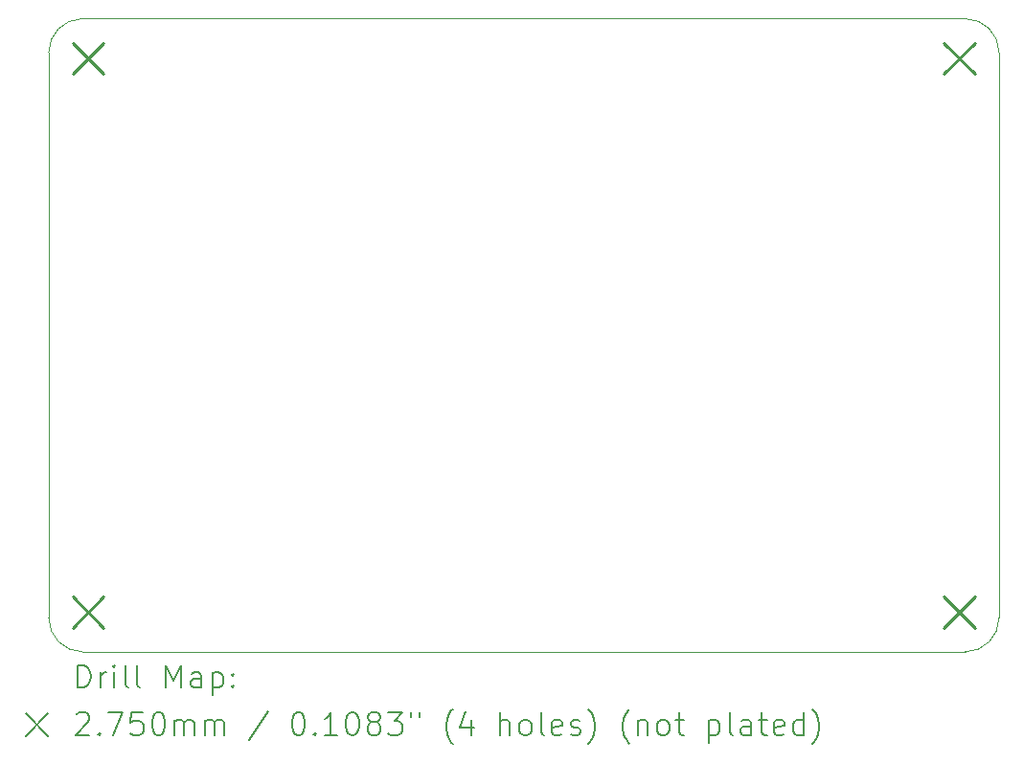
<source format=gbr>
%TF.GenerationSoftware,KiCad,Pcbnew,7.0.9*%
%TF.CreationDate,2024-09-19T22:48:55+02:00*%
%TF.ProjectId,hpdl_1414_pmod,6870646c-5f31-4343-9134-5f706d6f642e,rev?*%
%TF.SameCoordinates,Original*%
%TF.FileFunction,Drillmap*%
%TF.FilePolarity,Positive*%
%FSLAX45Y45*%
G04 Gerber Fmt 4.5, Leading zero omitted, Abs format (unit mm)*
G04 Created by KiCad (PCBNEW 7.0.9) date 2024-09-19 22:48:55*
%MOMM*%
%LPD*%
G01*
G04 APERTURE LIST*
%ADD10C,0.100000*%
%ADD11C,0.200000*%
%ADD12C,0.275000*%
G04 APERTURE END LIST*
D10*
X18400000Y-4700000D02*
G75*
G03*
X18100000Y-4400000I-300000J0D01*
G01*
X18400000Y-9700000D02*
X18400000Y-4700000D01*
X10000000Y-4700000D02*
X10000000Y-8100000D01*
X10000000Y-9700000D02*
G75*
G03*
X10300000Y-10000000I300000J0D01*
G01*
X10300000Y-10000000D02*
X18100000Y-10000000D01*
X18100000Y-10000000D02*
G75*
G03*
X18400000Y-9700000I0J300000D01*
G01*
X10300000Y-4400000D02*
G75*
G03*
X10000000Y-4700000I0J-300000D01*
G01*
X10000000Y-8100000D02*
X10000000Y-9700000D01*
X18100000Y-4400000D02*
X10300000Y-4400000D01*
D11*
D12*
X10212500Y-4616500D02*
X10487500Y-4891500D01*
X10487500Y-4616500D02*
X10212500Y-4891500D01*
X10212500Y-9512500D02*
X10487500Y-9787500D01*
X10487500Y-9512500D02*
X10212500Y-9787500D01*
X17912500Y-4616500D02*
X18187500Y-4891500D01*
X18187500Y-4616500D02*
X17912500Y-4891500D01*
X17912500Y-9512500D02*
X18187500Y-9787500D01*
X18187500Y-9512500D02*
X17912500Y-9787500D01*
D11*
X10255777Y-10316484D02*
X10255777Y-10116484D01*
X10255777Y-10116484D02*
X10303396Y-10116484D01*
X10303396Y-10116484D02*
X10331967Y-10126008D01*
X10331967Y-10126008D02*
X10351015Y-10145055D01*
X10351015Y-10145055D02*
X10360539Y-10164103D01*
X10360539Y-10164103D02*
X10370063Y-10202198D01*
X10370063Y-10202198D02*
X10370063Y-10230770D01*
X10370063Y-10230770D02*
X10360539Y-10268865D01*
X10360539Y-10268865D02*
X10351015Y-10287912D01*
X10351015Y-10287912D02*
X10331967Y-10306960D01*
X10331967Y-10306960D02*
X10303396Y-10316484D01*
X10303396Y-10316484D02*
X10255777Y-10316484D01*
X10455777Y-10316484D02*
X10455777Y-10183150D01*
X10455777Y-10221246D02*
X10465301Y-10202198D01*
X10465301Y-10202198D02*
X10474824Y-10192674D01*
X10474824Y-10192674D02*
X10493872Y-10183150D01*
X10493872Y-10183150D02*
X10512920Y-10183150D01*
X10579586Y-10316484D02*
X10579586Y-10183150D01*
X10579586Y-10116484D02*
X10570063Y-10126008D01*
X10570063Y-10126008D02*
X10579586Y-10135531D01*
X10579586Y-10135531D02*
X10589110Y-10126008D01*
X10589110Y-10126008D02*
X10579586Y-10116484D01*
X10579586Y-10116484D02*
X10579586Y-10135531D01*
X10703396Y-10316484D02*
X10684348Y-10306960D01*
X10684348Y-10306960D02*
X10674824Y-10287912D01*
X10674824Y-10287912D02*
X10674824Y-10116484D01*
X10808158Y-10316484D02*
X10789110Y-10306960D01*
X10789110Y-10306960D02*
X10779586Y-10287912D01*
X10779586Y-10287912D02*
X10779586Y-10116484D01*
X11036729Y-10316484D02*
X11036729Y-10116484D01*
X11036729Y-10116484D02*
X11103396Y-10259341D01*
X11103396Y-10259341D02*
X11170063Y-10116484D01*
X11170063Y-10116484D02*
X11170063Y-10316484D01*
X11351015Y-10316484D02*
X11351015Y-10211722D01*
X11351015Y-10211722D02*
X11341491Y-10192674D01*
X11341491Y-10192674D02*
X11322443Y-10183150D01*
X11322443Y-10183150D02*
X11284348Y-10183150D01*
X11284348Y-10183150D02*
X11265301Y-10192674D01*
X11351015Y-10306960D02*
X11331967Y-10316484D01*
X11331967Y-10316484D02*
X11284348Y-10316484D01*
X11284348Y-10316484D02*
X11265301Y-10306960D01*
X11265301Y-10306960D02*
X11255777Y-10287912D01*
X11255777Y-10287912D02*
X11255777Y-10268865D01*
X11255777Y-10268865D02*
X11265301Y-10249817D01*
X11265301Y-10249817D02*
X11284348Y-10240293D01*
X11284348Y-10240293D02*
X11331967Y-10240293D01*
X11331967Y-10240293D02*
X11351015Y-10230770D01*
X11446253Y-10183150D02*
X11446253Y-10383150D01*
X11446253Y-10192674D02*
X11465301Y-10183150D01*
X11465301Y-10183150D02*
X11503396Y-10183150D01*
X11503396Y-10183150D02*
X11522443Y-10192674D01*
X11522443Y-10192674D02*
X11531967Y-10202198D01*
X11531967Y-10202198D02*
X11541491Y-10221246D01*
X11541491Y-10221246D02*
X11541491Y-10278389D01*
X11541491Y-10278389D02*
X11531967Y-10297436D01*
X11531967Y-10297436D02*
X11522443Y-10306960D01*
X11522443Y-10306960D02*
X11503396Y-10316484D01*
X11503396Y-10316484D02*
X11465301Y-10316484D01*
X11465301Y-10316484D02*
X11446253Y-10306960D01*
X11627205Y-10297436D02*
X11636729Y-10306960D01*
X11636729Y-10306960D02*
X11627205Y-10316484D01*
X11627205Y-10316484D02*
X11617682Y-10306960D01*
X11617682Y-10306960D02*
X11627205Y-10297436D01*
X11627205Y-10297436D02*
X11627205Y-10316484D01*
X11627205Y-10192674D02*
X11636729Y-10202198D01*
X11636729Y-10202198D02*
X11627205Y-10211722D01*
X11627205Y-10211722D02*
X11617682Y-10202198D01*
X11617682Y-10202198D02*
X11627205Y-10192674D01*
X11627205Y-10192674D02*
X11627205Y-10211722D01*
X9795000Y-10545000D02*
X9995000Y-10745000D01*
X9995000Y-10545000D02*
X9795000Y-10745000D01*
X10246253Y-10555531D02*
X10255777Y-10546008D01*
X10255777Y-10546008D02*
X10274824Y-10536484D01*
X10274824Y-10536484D02*
X10322444Y-10536484D01*
X10322444Y-10536484D02*
X10341491Y-10546008D01*
X10341491Y-10546008D02*
X10351015Y-10555531D01*
X10351015Y-10555531D02*
X10360539Y-10574579D01*
X10360539Y-10574579D02*
X10360539Y-10593627D01*
X10360539Y-10593627D02*
X10351015Y-10622198D01*
X10351015Y-10622198D02*
X10236729Y-10736484D01*
X10236729Y-10736484D02*
X10360539Y-10736484D01*
X10446253Y-10717436D02*
X10455777Y-10726960D01*
X10455777Y-10726960D02*
X10446253Y-10736484D01*
X10446253Y-10736484D02*
X10436729Y-10726960D01*
X10436729Y-10726960D02*
X10446253Y-10717436D01*
X10446253Y-10717436D02*
X10446253Y-10736484D01*
X10522444Y-10536484D02*
X10655777Y-10536484D01*
X10655777Y-10536484D02*
X10570063Y-10736484D01*
X10827205Y-10536484D02*
X10731967Y-10536484D01*
X10731967Y-10536484D02*
X10722444Y-10631722D01*
X10722444Y-10631722D02*
X10731967Y-10622198D01*
X10731967Y-10622198D02*
X10751015Y-10612674D01*
X10751015Y-10612674D02*
X10798634Y-10612674D01*
X10798634Y-10612674D02*
X10817682Y-10622198D01*
X10817682Y-10622198D02*
X10827205Y-10631722D01*
X10827205Y-10631722D02*
X10836729Y-10650770D01*
X10836729Y-10650770D02*
X10836729Y-10698389D01*
X10836729Y-10698389D02*
X10827205Y-10717436D01*
X10827205Y-10717436D02*
X10817682Y-10726960D01*
X10817682Y-10726960D02*
X10798634Y-10736484D01*
X10798634Y-10736484D02*
X10751015Y-10736484D01*
X10751015Y-10736484D02*
X10731967Y-10726960D01*
X10731967Y-10726960D02*
X10722444Y-10717436D01*
X10960539Y-10536484D02*
X10979586Y-10536484D01*
X10979586Y-10536484D02*
X10998634Y-10546008D01*
X10998634Y-10546008D02*
X11008158Y-10555531D01*
X11008158Y-10555531D02*
X11017682Y-10574579D01*
X11017682Y-10574579D02*
X11027205Y-10612674D01*
X11027205Y-10612674D02*
X11027205Y-10660293D01*
X11027205Y-10660293D02*
X11017682Y-10698389D01*
X11017682Y-10698389D02*
X11008158Y-10717436D01*
X11008158Y-10717436D02*
X10998634Y-10726960D01*
X10998634Y-10726960D02*
X10979586Y-10736484D01*
X10979586Y-10736484D02*
X10960539Y-10736484D01*
X10960539Y-10736484D02*
X10941491Y-10726960D01*
X10941491Y-10726960D02*
X10931967Y-10717436D01*
X10931967Y-10717436D02*
X10922444Y-10698389D01*
X10922444Y-10698389D02*
X10912920Y-10660293D01*
X10912920Y-10660293D02*
X10912920Y-10612674D01*
X10912920Y-10612674D02*
X10922444Y-10574579D01*
X10922444Y-10574579D02*
X10931967Y-10555531D01*
X10931967Y-10555531D02*
X10941491Y-10546008D01*
X10941491Y-10546008D02*
X10960539Y-10536484D01*
X11112920Y-10736484D02*
X11112920Y-10603150D01*
X11112920Y-10622198D02*
X11122444Y-10612674D01*
X11122444Y-10612674D02*
X11141491Y-10603150D01*
X11141491Y-10603150D02*
X11170063Y-10603150D01*
X11170063Y-10603150D02*
X11189110Y-10612674D01*
X11189110Y-10612674D02*
X11198634Y-10631722D01*
X11198634Y-10631722D02*
X11198634Y-10736484D01*
X11198634Y-10631722D02*
X11208158Y-10612674D01*
X11208158Y-10612674D02*
X11227205Y-10603150D01*
X11227205Y-10603150D02*
X11255777Y-10603150D01*
X11255777Y-10603150D02*
X11274824Y-10612674D01*
X11274824Y-10612674D02*
X11284348Y-10631722D01*
X11284348Y-10631722D02*
X11284348Y-10736484D01*
X11379586Y-10736484D02*
X11379586Y-10603150D01*
X11379586Y-10622198D02*
X11389110Y-10612674D01*
X11389110Y-10612674D02*
X11408158Y-10603150D01*
X11408158Y-10603150D02*
X11436729Y-10603150D01*
X11436729Y-10603150D02*
X11455777Y-10612674D01*
X11455777Y-10612674D02*
X11465301Y-10631722D01*
X11465301Y-10631722D02*
X11465301Y-10736484D01*
X11465301Y-10631722D02*
X11474824Y-10612674D01*
X11474824Y-10612674D02*
X11493872Y-10603150D01*
X11493872Y-10603150D02*
X11522443Y-10603150D01*
X11522443Y-10603150D02*
X11541491Y-10612674D01*
X11541491Y-10612674D02*
X11551015Y-10631722D01*
X11551015Y-10631722D02*
X11551015Y-10736484D01*
X11941491Y-10526960D02*
X11770063Y-10784103D01*
X12198634Y-10536484D02*
X12217682Y-10536484D01*
X12217682Y-10536484D02*
X12236729Y-10546008D01*
X12236729Y-10546008D02*
X12246253Y-10555531D01*
X12246253Y-10555531D02*
X12255777Y-10574579D01*
X12255777Y-10574579D02*
X12265301Y-10612674D01*
X12265301Y-10612674D02*
X12265301Y-10660293D01*
X12265301Y-10660293D02*
X12255777Y-10698389D01*
X12255777Y-10698389D02*
X12246253Y-10717436D01*
X12246253Y-10717436D02*
X12236729Y-10726960D01*
X12236729Y-10726960D02*
X12217682Y-10736484D01*
X12217682Y-10736484D02*
X12198634Y-10736484D01*
X12198634Y-10736484D02*
X12179586Y-10726960D01*
X12179586Y-10726960D02*
X12170063Y-10717436D01*
X12170063Y-10717436D02*
X12160539Y-10698389D01*
X12160539Y-10698389D02*
X12151015Y-10660293D01*
X12151015Y-10660293D02*
X12151015Y-10612674D01*
X12151015Y-10612674D02*
X12160539Y-10574579D01*
X12160539Y-10574579D02*
X12170063Y-10555531D01*
X12170063Y-10555531D02*
X12179586Y-10546008D01*
X12179586Y-10546008D02*
X12198634Y-10536484D01*
X12351015Y-10717436D02*
X12360539Y-10726960D01*
X12360539Y-10726960D02*
X12351015Y-10736484D01*
X12351015Y-10736484D02*
X12341491Y-10726960D01*
X12341491Y-10726960D02*
X12351015Y-10717436D01*
X12351015Y-10717436D02*
X12351015Y-10736484D01*
X12551015Y-10736484D02*
X12436729Y-10736484D01*
X12493872Y-10736484D02*
X12493872Y-10536484D01*
X12493872Y-10536484D02*
X12474825Y-10565055D01*
X12474825Y-10565055D02*
X12455777Y-10584103D01*
X12455777Y-10584103D02*
X12436729Y-10593627D01*
X12674825Y-10536484D02*
X12693872Y-10536484D01*
X12693872Y-10536484D02*
X12712920Y-10546008D01*
X12712920Y-10546008D02*
X12722444Y-10555531D01*
X12722444Y-10555531D02*
X12731967Y-10574579D01*
X12731967Y-10574579D02*
X12741491Y-10612674D01*
X12741491Y-10612674D02*
X12741491Y-10660293D01*
X12741491Y-10660293D02*
X12731967Y-10698389D01*
X12731967Y-10698389D02*
X12722444Y-10717436D01*
X12722444Y-10717436D02*
X12712920Y-10726960D01*
X12712920Y-10726960D02*
X12693872Y-10736484D01*
X12693872Y-10736484D02*
X12674825Y-10736484D01*
X12674825Y-10736484D02*
X12655777Y-10726960D01*
X12655777Y-10726960D02*
X12646253Y-10717436D01*
X12646253Y-10717436D02*
X12636729Y-10698389D01*
X12636729Y-10698389D02*
X12627206Y-10660293D01*
X12627206Y-10660293D02*
X12627206Y-10612674D01*
X12627206Y-10612674D02*
X12636729Y-10574579D01*
X12636729Y-10574579D02*
X12646253Y-10555531D01*
X12646253Y-10555531D02*
X12655777Y-10546008D01*
X12655777Y-10546008D02*
X12674825Y-10536484D01*
X12855777Y-10622198D02*
X12836729Y-10612674D01*
X12836729Y-10612674D02*
X12827206Y-10603150D01*
X12827206Y-10603150D02*
X12817682Y-10584103D01*
X12817682Y-10584103D02*
X12817682Y-10574579D01*
X12817682Y-10574579D02*
X12827206Y-10555531D01*
X12827206Y-10555531D02*
X12836729Y-10546008D01*
X12836729Y-10546008D02*
X12855777Y-10536484D01*
X12855777Y-10536484D02*
X12893872Y-10536484D01*
X12893872Y-10536484D02*
X12912920Y-10546008D01*
X12912920Y-10546008D02*
X12922444Y-10555531D01*
X12922444Y-10555531D02*
X12931967Y-10574579D01*
X12931967Y-10574579D02*
X12931967Y-10584103D01*
X12931967Y-10584103D02*
X12922444Y-10603150D01*
X12922444Y-10603150D02*
X12912920Y-10612674D01*
X12912920Y-10612674D02*
X12893872Y-10622198D01*
X12893872Y-10622198D02*
X12855777Y-10622198D01*
X12855777Y-10622198D02*
X12836729Y-10631722D01*
X12836729Y-10631722D02*
X12827206Y-10641246D01*
X12827206Y-10641246D02*
X12817682Y-10660293D01*
X12817682Y-10660293D02*
X12817682Y-10698389D01*
X12817682Y-10698389D02*
X12827206Y-10717436D01*
X12827206Y-10717436D02*
X12836729Y-10726960D01*
X12836729Y-10726960D02*
X12855777Y-10736484D01*
X12855777Y-10736484D02*
X12893872Y-10736484D01*
X12893872Y-10736484D02*
X12912920Y-10726960D01*
X12912920Y-10726960D02*
X12922444Y-10717436D01*
X12922444Y-10717436D02*
X12931967Y-10698389D01*
X12931967Y-10698389D02*
X12931967Y-10660293D01*
X12931967Y-10660293D02*
X12922444Y-10641246D01*
X12922444Y-10641246D02*
X12912920Y-10631722D01*
X12912920Y-10631722D02*
X12893872Y-10622198D01*
X12998634Y-10536484D02*
X13122444Y-10536484D01*
X13122444Y-10536484D02*
X13055777Y-10612674D01*
X13055777Y-10612674D02*
X13084348Y-10612674D01*
X13084348Y-10612674D02*
X13103396Y-10622198D01*
X13103396Y-10622198D02*
X13112920Y-10631722D01*
X13112920Y-10631722D02*
X13122444Y-10650770D01*
X13122444Y-10650770D02*
X13122444Y-10698389D01*
X13122444Y-10698389D02*
X13112920Y-10717436D01*
X13112920Y-10717436D02*
X13103396Y-10726960D01*
X13103396Y-10726960D02*
X13084348Y-10736484D01*
X13084348Y-10736484D02*
X13027206Y-10736484D01*
X13027206Y-10736484D02*
X13008158Y-10726960D01*
X13008158Y-10726960D02*
X12998634Y-10717436D01*
X13198634Y-10536484D02*
X13198634Y-10574579D01*
X13274825Y-10536484D02*
X13274825Y-10574579D01*
X13570063Y-10812674D02*
X13560539Y-10803150D01*
X13560539Y-10803150D02*
X13541491Y-10774579D01*
X13541491Y-10774579D02*
X13531968Y-10755531D01*
X13531968Y-10755531D02*
X13522444Y-10726960D01*
X13522444Y-10726960D02*
X13512920Y-10679341D01*
X13512920Y-10679341D02*
X13512920Y-10641246D01*
X13512920Y-10641246D02*
X13522444Y-10593627D01*
X13522444Y-10593627D02*
X13531968Y-10565055D01*
X13531968Y-10565055D02*
X13541491Y-10546008D01*
X13541491Y-10546008D02*
X13560539Y-10517436D01*
X13560539Y-10517436D02*
X13570063Y-10507912D01*
X13731968Y-10603150D02*
X13731968Y-10736484D01*
X13684348Y-10526960D02*
X13636729Y-10669817D01*
X13636729Y-10669817D02*
X13760539Y-10669817D01*
X13989110Y-10736484D02*
X13989110Y-10536484D01*
X14074825Y-10736484D02*
X14074825Y-10631722D01*
X14074825Y-10631722D02*
X14065301Y-10612674D01*
X14065301Y-10612674D02*
X14046253Y-10603150D01*
X14046253Y-10603150D02*
X14017682Y-10603150D01*
X14017682Y-10603150D02*
X13998634Y-10612674D01*
X13998634Y-10612674D02*
X13989110Y-10622198D01*
X14198634Y-10736484D02*
X14179587Y-10726960D01*
X14179587Y-10726960D02*
X14170063Y-10717436D01*
X14170063Y-10717436D02*
X14160539Y-10698389D01*
X14160539Y-10698389D02*
X14160539Y-10641246D01*
X14160539Y-10641246D02*
X14170063Y-10622198D01*
X14170063Y-10622198D02*
X14179587Y-10612674D01*
X14179587Y-10612674D02*
X14198634Y-10603150D01*
X14198634Y-10603150D02*
X14227206Y-10603150D01*
X14227206Y-10603150D02*
X14246253Y-10612674D01*
X14246253Y-10612674D02*
X14255777Y-10622198D01*
X14255777Y-10622198D02*
X14265301Y-10641246D01*
X14265301Y-10641246D02*
X14265301Y-10698389D01*
X14265301Y-10698389D02*
X14255777Y-10717436D01*
X14255777Y-10717436D02*
X14246253Y-10726960D01*
X14246253Y-10726960D02*
X14227206Y-10736484D01*
X14227206Y-10736484D02*
X14198634Y-10736484D01*
X14379587Y-10736484D02*
X14360539Y-10726960D01*
X14360539Y-10726960D02*
X14351015Y-10707912D01*
X14351015Y-10707912D02*
X14351015Y-10536484D01*
X14531968Y-10726960D02*
X14512920Y-10736484D01*
X14512920Y-10736484D02*
X14474825Y-10736484D01*
X14474825Y-10736484D02*
X14455777Y-10726960D01*
X14455777Y-10726960D02*
X14446253Y-10707912D01*
X14446253Y-10707912D02*
X14446253Y-10631722D01*
X14446253Y-10631722D02*
X14455777Y-10612674D01*
X14455777Y-10612674D02*
X14474825Y-10603150D01*
X14474825Y-10603150D02*
X14512920Y-10603150D01*
X14512920Y-10603150D02*
X14531968Y-10612674D01*
X14531968Y-10612674D02*
X14541491Y-10631722D01*
X14541491Y-10631722D02*
X14541491Y-10650770D01*
X14541491Y-10650770D02*
X14446253Y-10669817D01*
X14617682Y-10726960D02*
X14636730Y-10736484D01*
X14636730Y-10736484D02*
X14674825Y-10736484D01*
X14674825Y-10736484D02*
X14693872Y-10726960D01*
X14693872Y-10726960D02*
X14703396Y-10707912D01*
X14703396Y-10707912D02*
X14703396Y-10698389D01*
X14703396Y-10698389D02*
X14693872Y-10679341D01*
X14693872Y-10679341D02*
X14674825Y-10669817D01*
X14674825Y-10669817D02*
X14646253Y-10669817D01*
X14646253Y-10669817D02*
X14627206Y-10660293D01*
X14627206Y-10660293D02*
X14617682Y-10641246D01*
X14617682Y-10641246D02*
X14617682Y-10631722D01*
X14617682Y-10631722D02*
X14627206Y-10612674D01*
X14627206Y-10612674D02*
X14646253Y-10603150D01*
X14646253Y-10603150D02*
X14674825Y-10603150D01*
X14674825Y-10603150D02*
X14693872Y-10612674D01*
X14770063Y-10812674D02*
X14779587Y-10803150D01*
X14779587Y-10803150D02*
X14798634Y-10774579D01*
X14798634Y-10774579D02*
X14808158Y-10755531D01*
X14808158Y-10755531D02*
X14817682Y-10726960D01*
X14817682Y-10726960D02*
X14827206Y-10679341D01*
X14827206Y-10679341D02*
X14827206Y-10641246D01*
X14827206Y-10641246D02*
X14817682Y-10593627D01*
X14817682Y-10593627D02*
X14808158Y-10565055D01*
X14808158Y-10565055D02*
X14798634Y-10546008D01*
X14798634Y-10546008D02*
X14779587Y-10517436D01*
X14779587Y-10517436D02*
X14770063Y-10507912D01*
X15131968Y-10812674D02*
X15122444Y-10803150D01*
X15122444Y-10803150D02*
X15103396Y-10774579D01*
X15103396Y-10774579D02*
X15093872Y-10755531D01*
X15093872Y-10755531D02*
X15084349Y-10726960D01*
X15084349Y-10726960D02*
X15074825Y-10679341D01*
X15074825Y-10679341D02*
X15074825Y-10641246D01*
X15074825Y-10641246D02*
X15084349Y-10593627D01*
X15084349Y-10593627D02*
X15093872Y-10565055D01*
X15093872Y-10565055D02*
X15103396Y-10546008D01*
X15103396Y-10546008D02*
X15122444Y-10517436D01*
X15122444Y-10517436D02*
X15131968Y-10507912D01*
X15208158Y-10603150D02*
X15208158Y-10736484D01*
X15208158Y-10622198D02*
X15217682Y-10612674D01*
X15217682Y-10612674D02*
X15236730Y-10603150D01*
X15236730Y-10603150D02*
X15265301Y-10603150D01*
X15265301Y-10603150D02*
X15284349Y-10612674D01*
X15284349Y-10612674D02*
X15293872Y-10631722D01*
X15293872Y-10631722D02*
X15293872Y-10736484D01*
X15417682Y-10736484D02*
X15398634Y-10726960D01*
X15398634Y-10726960D02*
X15389111Y-10717436D01*
X15389111Y-10717436D02*
X15379587Y-10698389D01*
X15379587Y-10698389D02*
X15379587Y-10641246D01*
X15379587Y-10641246D02*
X15389111Y-10622198D01*
X15389111Y-10622198D02*
X15398634Y-10612674D01*
X15398634Y-10612674D02*
X15417682Y-10603150D01*
X15417682Y-10603150D02*
X15446253Y-10603150D01*
X15446253Y-10603150D02*
X15465301Y-10612674D01*
X15465301Y-10612674D02*
X15474825Y-10622198D01*
X15474825Y-10622198D02*
X15484349Y-10641246D01*
X15484349Y-10641246D02*
X15484349Y-10698389D01*
X15484349Y-10698389D02*
X15474825Y-10717436D01*
X15474825Y-10717436D02*
X15465301Y-10726960D01*
X15465301Y-10726960D02*
X15446253Y-10736484D01*
X15446253Y-10736484D02*
X15417682Y-10736484D01*
X15541492Y-10603150D02*
X15617682Y-10603150D01*
X15570063Y-10536484D02*
X15570063Y-10707912D01*
X15570063Y-10707912D02*
X15579587Y-10726960D01*
X15579587Y-10726960D02*
X15598634Y-10736484D01*
X15598634Y-10736484D02*
X15617682Y-10736484D01*
X15836730Y-10603150D02*
X15836730Y-10803150D01*
X15836730Y-10612674D02*
X15855777Y-10603150D01*
X15855777Y-10603150D02*
X15893873Y-10603150D01*
X15893873Y-10603150D02*
X15912920Y-10612674D01*
X15912920Y-10612674D02*
X15922444Y-10622198D01*
X15922444Y-10622198D02*
X15931968Y-10641246D01*
X15931968Y-10641246D02*
X15931968Y-10698389D01*
X15931968Y-10698389D02*
X15922444Y-10717436D01*
X15922444Y-10717436D02*
X15912920Y-10726960D01*
X15912920Y-10726960D02*
X15893873Y-10736484D01*
X15893873Y-10736484D02*
X15855777Y-10736484D01*
X15855777Y-10736484D02*
X15836730Y-10726960D01*
X16046253Y-10736484D02*
X16027206Y-10726960D01*
X16027206Y-10726960D02*
X16017682Y-10707912D01*
X16017682Y-10707912D02*
X16017682Y-10536484D01*
X16208158Y-10736484D02*
X16208158Y-10631722D01*
X16208158Y-10631722D02*
X16198634Y-10612674D01*
X16198634Y-10612674D02*
X16179587Y-10603150D01*
X16179587Y-10603150D02*
X16141492Y-10603150D01*
X16141492Y-10603150D02*
X16122444Y-10612674D01*
X16208158Y-10726960D02*
X16189111Y-10736484D01*
X16189111Y-10736484D02*
X16141492Y-10736484D01*
X16141492Y-10736484D02*
X16122444Y-10726960D01*
X16122444Y-10726960D02*
X16112920Y-10707912D01*
X16112920Y-10707912D02*
X16112920Y-10688865D01*
X16112920Y-10688865D02*
X16122444Y-10669817D01*
X16122444Y-10669817D02*
X16141492Y-10660293D01*
X16141492Y-10660293D02*
X16189111Y-10660293D01*
X16189111Y-10660293D02*
X16208158Y-10650770D01*
X16274825Y-10603150D02*
X16351015Y-10603150D01*
X16303396Y-10536484D02*
X16303396Y-10707912D01*
X16303396Y-10707912D02*
X16312920Y-10726960D01*
X16312920Y-10726960D02*
X16331968Y-10736484D01*
X16331968Y-10736484D02*
X16351015Y-10736484D01*
X16493873Y-10726960D02*
X16474825Y-10736484D01*
X16474825Y-10736484D02*
X16436730Y-10736484D01*
X16436730Y-10736484D02*
X16417682Y-10726960D01*
X16417682Y-10726960D02*
X16408158Y-10707912D01*
X16408158Y-10707912D02*
X16408158Y-10631722D01*
X16408158Y-10631722D02*
X16417682Y-10612674D01*
X16417682Y-10612674D02*
X16436730Y-10603150D01*
X16436730Y-10603150D02*
X16474825Y-10603150D01*
X16474825Y-10603150D02*
X16493873Y-10612674D01*
X16493873Y-10612674D02*
X16503396Y-10631722D01*
X16503396Y-10631722D02*
X16503396Y-10650770D01*
X16503396Y-10650770D02*
X16408158Y-10669817D01*
X16674825Y-10736484D02*
X16674825Y-10536484D01*
X16674825Y-10726960D02*
X16655777Y-10736484D01*
X16655777Y-10736484D02*
X16617682Y-10736484D01*
X16617682Y-10736484D02*
X16598634Y-10726960D01*
X16598634Y-10726960D02*
X16589111Y-10717436D01*
X16589111Y-10717436D02*
X16579587Y-10698389D01*
X16579587Y-10698389D02*
X16579587Y-10641246D01*
X16579587Y-10641246D02*
X16589111Y-10622198D01*
X16589111Y-10622198D02*
X16598634Y-10612674D01*
X16598634Y-10612674D02*
X16617682Y-10603150D01*
X16617682Y-10603150D02*
X16655777Y-10603150D01*
X16655777Y-10603150D02*
X16674825Y-10612674D01*
X16751015Y-10812674D02*
X16760539Y-10803150D01*
X16760539Y-10803150D02*
X16779587Y-10774579D01*
X16779587Y-10774579D02*
X16789111Y-10755531D01*
X16789111Y-10755531D02*
X16798635Y-10726960D01*
X16798635Y-10726960D02*
X16808158Y-10679341D01*
X16808158Y-10679341D02*
X16808158Y-10641246D01*
X16808158Y-10641246D02*
X16798635Y-10593627D01*
X16798635Y-10593627D02*
X16789111Y-10565055D01*
X16789111Y-10565055D02*
X16779587Y-10546008D01*
X16779587Y-10546008D02*
X16760539Y-10517436D01*
X16760539Y-10517436D02*
X16751015Y-10507912D01*
M02*

</source>
